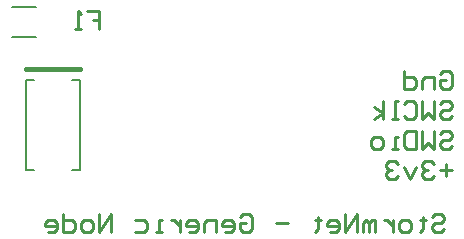
<source format=gbo>
G04 Layer_Color=13813960*
%FSLAX25Y25*%
%MOIN*%
G70*
G01*
G75*
%ADD24C,0.01000*%
%ADD39C,0.00787*%
%ADD43C,0.01575*%
%ADD67C,0.00800*%
D24*
X158501Y22498D02*
X159501Y23498D01*
X161500D01*
X162500Y22498D01*
Y21499D01*
X161500Y20499D01*
X159501D01*
X158501Y19499D01*
Y18500D01*
X159501Y17500D01*
X161500D01*
X162500Y18500D01*
X155502Y22498D02*
Y21499D01*
X156502D01*
X154503D01*
X155502D01*
Y18500D01*
X154503Y17500D01*
X150504D02*
X148505D01*
X147505Y18500D01*
Y20499D01*
X148505Y21499D01*
X150504D01*
X151504Y20499D01*
Y18500D01*
X150504Y17500D01*
X145505Y21499D02*
Y17500D01*
Y19499D01*
X144506Y20499D01*
X143506Y21499D01*
X142507D01*
X139507Y17500D02*
Y21499D01*
X138508D01*
X137508Y20499D01*
Y17500D01*
Y20499D01*
X136509Y21499D01*
X135509Y20499D01*
Y17500D01*
X133509D02*
Y23498D01*
X129511Y17500D01*
Y23498D01*
X124512Y17500D02*
X126512D01*
X127511Y18500D01*
Y20499D01*
X126512Y21499D01*
X124512D01*
X123513Y20499D01*
Y19499D01*
X127511D01*
X120514Y22498D02*
Y21499D01*
X121513D01*
X119514D01*
X120514D01*
Y18500D01*
X119514Y17500D01*
X110517Y20499D02*
X106518D01*
X94522Y22498D02*
X95522Y23498D01*
X97521D01*
X98521Y22498D01*
Y18500D01*
X97521Y17500D01*
X95522D01*
X94522Y18500D01*
Y20499D01*
X96521D01*
X89524Y17500D02*
X91523D01*
X92523Y18500D01*
Y20499D01*
X91523Y21499D01*
X89524D01*
X88524Y20499D01*
Y19499D01*
X92523D01*
X86525Y17500D02*
Y21499D01*
X83526D01*
X82526Y20499D01*
Y17500D01*
X77527D02*
X79527D01*
X80527Y18500D01*
Y20499D01*
X79527Y21499D01*
X77527D01*
X76528Y20499D01*
Y19499D01*
X80527D01*
X74528Y21499D02*
Y17500D01*
Y19499D01*
X73529Y20499D01*
X72529Y21499D01*
X71530D01*
X68530Y17500D02*
X66531D01*
X67531D01*
Y21499D01*
X68530D01*
X59533D02*
X62532D01*
X63532Y20499D01*
Y18500D01*
X62532Y17500D01*
X59533D01*
X51536D02*
Y23498D01*
X47537Y17500D01*
Y23498D01*
X44538Y17500D02*
X42539D01*
X41539Y18500D01*
Y20499D01*
X42539Y21499D01*
X44538D01*
X45538Y20499D01*
Y18500D01*
X44538Y17500D01*
X35541Y23498D02*
Y17500D01*
X38540D01*
X39540Y18500D01*
Y20499D01*
X38540Y21499D01*
X35541D01*
X30543Y17500D02*
X32542D01*
X33542Y18500D01*
Y20499D01*
X32542Y21499D01*
X30543D01*
X29543Y20499D01*
Y19499D01*
X33542D01*
X165000Y37999D02*
X161001D01*
X163001Y39998D02*
Y36000D01*
X159002Y39998D02*
X158002Y40998D01*
X156003D01*
X155003Y39998D01*
Y38999D01*
X156003Y37999D01*
X157003D01*
X156003D01*
X155003Y36999D01*
Y36000D01*
X156003Y35000D01*
X158002D01*
X159002Y36000D01*
X153004Y38999D02*
X151005Y35000D01*
X149005Y38999D01*
X147006Y39998D02*
X146006Y40998D01*
X144007D01*
X143007Y39998D01*
Y38999D01*
X144007Y37999D01*
X145007D01*
X144007D01*
X143007Y36999D01*
Y36000D01*
X144007Y35000D01*
X146006D01*
X147006Y36000D01*
X161001Y49998D02*
X162001Y50998D01*
X164000D01*
X165000Y49998D01*
Y48999D01*
X164000Y47999D01*
X162001D01*
X161001Y46999D01*
Y46000D01*
X162001Y45000D01*
X164000D01*
X165000Y46000D01*
X159002Y50998D02*
Y45000D01*
X157003Y46999D01*
X155003Y45000D01*
Y50998D01*
X153004D02*
Y45000D01*
X150005D01*
X149005Y46000D01*
Y49998D01*
X150005Y50998D01*
X153004D01*
X147006Y45000D02*
X145007D01*
X146006D01*
Y48999D01*
X147006D01*
X141008Y45000D02*
X139008D01*
X138009Y46000D01*
Y47999D01*
X139008Y48999D01*
X141008D01*
X142008Y47999D01*
Y46000D01*
X141008Y45000D01*
X161001Y59998D02*
X162001Y60998D01*
X164000D01*
X165000Y59998D01*
Y58999D01*
X164000Y57999D01*
X162001D01*
X161001Y56999D01*
Y56000D01*
X162001Y55000D01*
X164000D01*
X165000Y56000D01*
X159002Y60998D02*
Y55000D01*
X157003Y56999D01*
X155003Y55000D01*
Y60998D01*
X149005Y59998D02*
X150005Y60998D01*
X152004D01*
X153004Y59998D01*
Y56000D01*
X152004Y55000D01*
X150005D01*
X149005Y56000D01*
X147006Y55000D02*
X145007D01*
X146006D01*
Y60998D01*
X147006D01*
X142008Y55000D02*
Y60998D01*
Y56999D02*
X139008Y58999D01*
X142008Y56999D02*
X139008Y55000D01*
X161001Y69998D02*
X162001Y70998D01*
X164000D01*
X165000Y69998D01*
Y66000D01*
X164000Y65000D01*
X162001D01*
X161001Y66000D01*
Y67999D01*
X163001D01*
X159002Y65000D02*
Y68999D01*
X156003D01*
X155003Y67999D01*
Y65000D01*
X149005Y70998D02*
Y65000D01*
X152004D01*
X153004Y66000D01*
Y67999D01*
X152004Y68999D01*
X149005D01*
X43501Y90998D02*
X47500D01*
Y87999D01*
X45501D01*
X47500D01*
Y85000D01*
X41502D02*
X39503D01*
X40502D01*
Y90998D01*
X41502Y89998D01*
D39*
X38398Y38039D02*
X41055D01*
X38398Y67961D02*
X41055D01*
X22945Y38039D02*
X25602D01*
X22945Y67961D02*
X25602D01*
X41055Y38039D02*
Y67961D01*
X22945Y38039D02*
Y67961D01*
D43*
X22945Y71898D02*
X41055D01*
D67*
X18500Y82500D02*
X26500D01*
X18500Y92500D02*
X26500D01*
M02*

</source>
